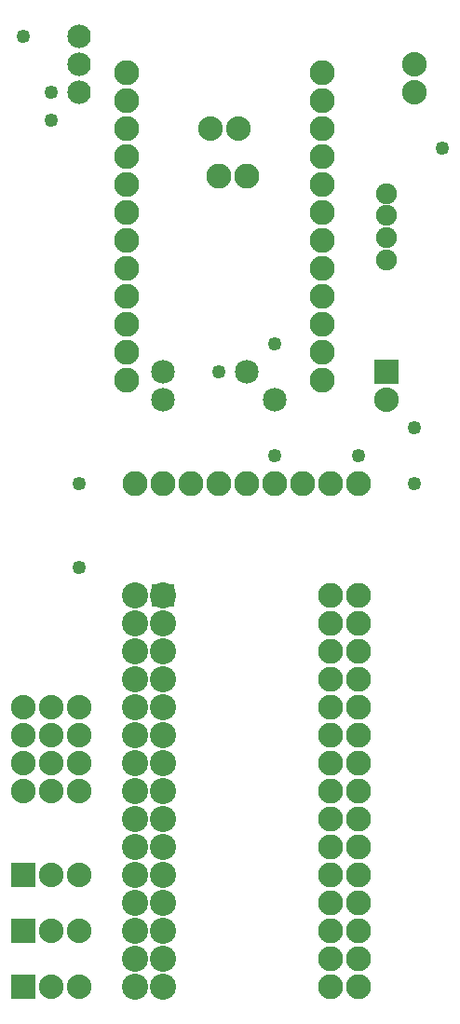
<source format=gbs>
G04 MADE WITH FRITZING*
G04 WWW.FRITZING.ORG*
G04 DOUBLE SIDED*
G04 HOLES PLATED*
G04 CONTOUR ON CENTER OF CONTOUR VECTOR*
%ASAXBY*%
%FSLAX23Y23*%
%MOIN*%
%OFA0B0*%
%SFA1.0B1.0*%
%ADD10C,0.089370*%
%ADD11C,0.088000*%
%ADD12C,0.093307*%
%ADD13C,0.049370*%
%ADD14C,0.084000*%
%ADD15C,0.085000*%
%ADD16C,0.075000*%
%ADD17C,0.080000*%
%ADD18R,0.088000X0.088000*%
%ADD19R,0.079972X0.080000*%
%LNMASK0*%
G90*
G70*
G54D10*
X1246Y1750D03*
X1246Y1650D03*
X1246Y1550D03*
X1246Y1450D03*
X1246Y1350D03*
X1246Y1250D03*
X1246Y1150D03*
X1246Y1050D03*
X1246Y950D03*
X1246Y850D03*
X1246Y750D03*
X1246Y650D03*
X1246Y550D03*
X1246Y450D03*
X1246Y350D03*
X1246Y1750D03*
X1246Y1650D03*
X1246Y1550D03*
X1246Y1450D03*
X1246Y1350D03*
X1246Y1250D03*
X1246Y1150D03*
X1246Y1050D03*
X1246Y950D03*
X1246Y850D03*
X1246Y750D03*
X1246Y650D03*
X1246Y550D03*
X1246Y450D03*
X1246Y350D03*
X1346Y350D03*
X1346Y450D03*
X1346Y550D03*
X1346Y650D03*
X1346Y750D03*
X1346Y850D03*
X1346Y950D03*
X1346Y1050D03*
X1346Y1150D03*
X1346Y1250D03*
X1346Y1350D03*
X1346Y1450D03*
X1346Y1550D03*
X1346Y1650D03*
X1346Y1750D03*
G54D11*
X1546Y3650D03*
X1546Y3550D03*
G54D12*
X546Y1750D03*
X546Y1650D03*
X546Y1550D03*
X546Y1450D03*
X546Y1350D03*
X546Y1250D03*
X546Y1150D03*
X546Y1050D03*
X546Y950D03*
X546Y850D03*
X546Y750D03*
X546Y650D03*
X546Y550D03*
X546Y450D03*
X546Y350D03*
X546Y1750D03*
X546Y1650D03*
X546Y1550D03*
X546Y1450D03*
X546Y1350D03*
X546Y1250D03*
X546Y1150D03*
X546Y1050D03*
X546Y950D03*
X546Y850D03*
X546Y750D03*
X546Y650D03*
X546Y550D03*
X546Y450D03*
X546Y350D03*
X646Y350D03*
X646Y450D03*
X646Y550D03*
X646Y650D03*
X646Y750D03*
X646Y850D03*
X646Y950D03*
X646Y1050D03*
X646Y1150D03*
X646Y1250D03*
X646Y1350D03*
X646Y1450D03*
X646Y1550D03*
X646Y1650D03*
X646Y1750D03*
G54D13*
X1646Y3350D03*
G54D14*
X346Y3550D03*
X346Y3650D03*
X346Y3750D03*
G54D13*
X246Y3550D03*
X146Y3750D03*
X246Y3450D03*
X346Y2150D03*
X1046Y2650D03*
G54D15*
X646Y2550D03*
X946Y2550D03*
X646Y2550D03*
X946Y2550D03*
X1046Y2450D03*
X646Y2450D03*
X1046Y2450D03*
X646Y2450D03*
G54D10*
X517Y3620D03*
X517Y3520D03*
X517Y3420D03*
X517Y3320D03*
X517Y3220D03*
X517Y3120D03*
X517Y3020D03*
X517Y2920D03*
X517Y2820D03*
X517Y2720D03*
X517Y2620D03*
X517Y2520D03*
X1217Y3620D03*
X1217Y3520D03*
X1217Y3420D03*
X1217Y3320D03*
X1217Y3220D03*
X1217Y3120D03*
X1217Y3020D03*
X1217Y2920D03*
X1217Y2820D03*
X1217Y2720D03*
X1217Y2620D03*
X1217Y2520D03*
G54D11*
X1446Y2550D03*
X1446Y2450D03*
G54D10*
X1346Y2150D03*
X1246Y2150D03*
X1146Y2150D03*
X1046Y2150D03*
X946Y2150D03*
X846Y2150D03*
X746Y2150D03*
X646Y2150D03*
X546Y2150D03*
G54D16*
X1446Y2950D03*
X1446Y3029D03*
X1446Y3108D03*
X1446Y3187D03*
G54D11*
X817Y3420D03*
X917Y3420D03*
G54D10*
X846Y3250D03*
X946Y3250D03*
X846Y3250D03*
X946Y3250D03*
G54D13*
X1346Y2250D03*
X1046Y2250D03*
X1546Y2150D03*
X846Y2550D03*
X346Y1850D03*
X1546Y2350D03*
G54D17*
X646Y1750D03*
X646Y1650D03*
X646Y1550D03*
X646Y1450D03*
X646Y1350D03*
X646Y1250D03*
X646Y1150D03*
X646Y1050D03*
X646Y950D03*
X646Y850D03*
X646Y750D03*
X646Y650D03*
X646Y550D03*
X646Y450D03*
X646Y350D03*
X1246Y1750D03*
X1246Y1650D03*
X1246Y1550D03*
X1246Y1450D03*
X1246Y1350D03*
X1246Y1250D03*
X1246Y1150D03*
X1246Y1050D03*
X1246Y950D03*
X1246Y850D03*
X1246Y750D03*
X1246Y650D03*
X1246Y550D03*
X1246Y450D03*
X1246Y350D03*
G54D11*
X146Y350D03*
X246Y350D03*
X346Y350D03*
X146Y550D03*
X246Y550D03*
X346Y550D03*
X146Y750D03*
X246Y750D03*
X346Y750D03*
X246Y1350D03*
X246Y1250D03*
X246Y1150D03*
X246Y1050D03*
X346Y1350D03*
X346Y1250D03*
X346Y1150D03*
X346Y1050D03*
X146Y1350D03*
X146Y1250D03*
X146Y1150D03*
X146Y1050D03*
G54D18*
X1446Y2550D03*
G54D19*
X646Y1750D03*
G54D18*
X146Y350D03*
X146Y550D03*
X146Y750D03*
G04 End of Mask0*
M02*
</source>
